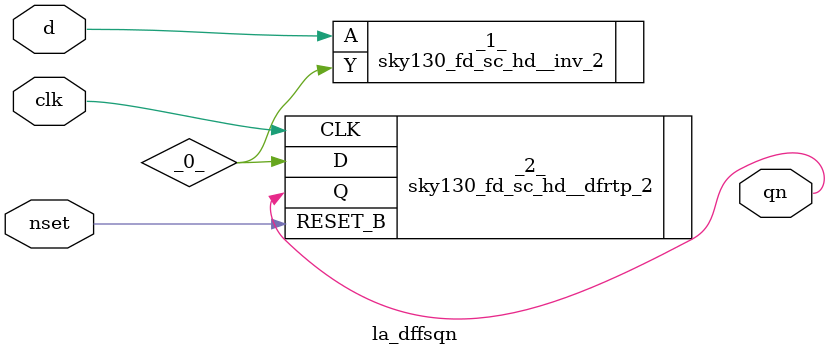
<source format=v>

module la_dffsqn(d, clk, nset, qn);
  wire _0_;
  input clk;
  input d;
  input nset;
  output qn;
  sky130_fd_sc_hd__inv_2 _1_ (
    .A(d),
    .Y(_0_)
  );
  sky130_fd_sc_hd__dfrtp_2 _2_ (
    .CLK(clk),
    .D(_0_),
    .Q(qn),
    .RESET_B(nset)
  );
endmodule

</source>
